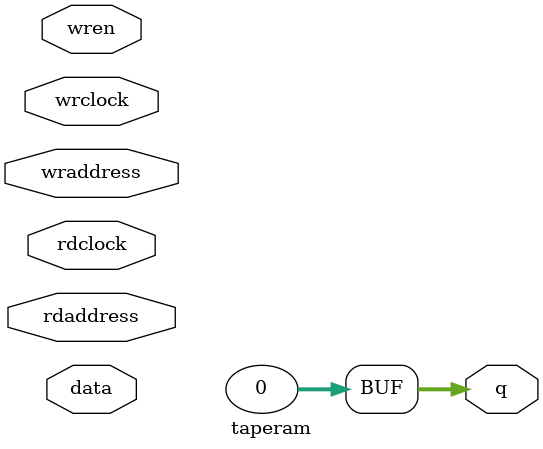
<source format=v>
module taperam(	// file.cleaned.mlir:2:3
  input  [31:0] data,	// file.cleaned.mlir:2:25
  input  [11:0] rdaddress,	// file.cleaned.mlir:2:41
  input         rdclock,	// file.cleaned.mlir:2:62
  input  [11:0] wraddress,	// file.cleaned.mlir:2:80
  input         wrclock,	// file.cleaned.mlir:2:101
                wren,	// file.cleaned.mlir:2:119
  output [31:0] q	// file.cleaned.mlir:2:135
);

  assign q = 32'h0;	// file.cleaned.mlir:3:15, :4:5
endmodule


</source>
